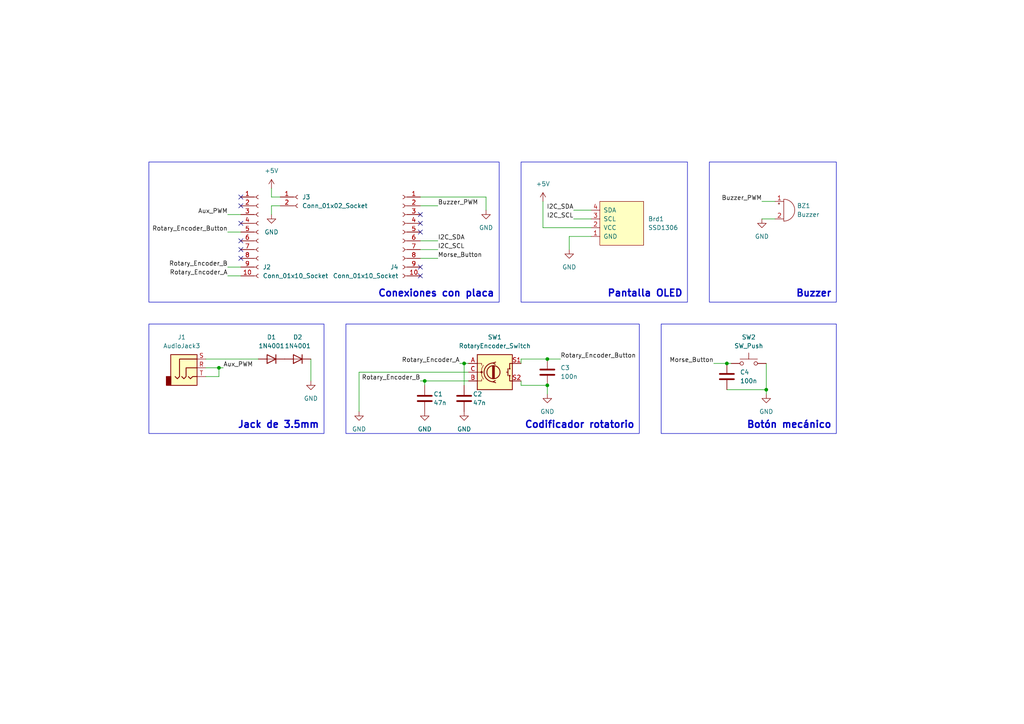
<source format=kicad_sch>
(kicad_sch (version 20230121) (generator eeschema)
  (paper "A4")
  (title_block (title "Herramienta de Morse") (date "2024-01-24") (rev "1") (company "Alejandro Perea Bonilla") (comment 1 "Placa perforada"))
  (lib_symbols
    (symbol "Connector:Conn_01x02_Socket" (pin_names (offset 1.016) hide)
      (property "Reference" "J" (at 0 2.54 0))
      (property "Value" "Conn_01x02_Socket" (at 0 -5.08 0))
      (symbol "Conn_01x02_Socket_1_1"
        (arc (start 0 -2.032) (mid -0.5058 -2.54) (end 0 -3.048) (stroke (width 0.1524)))
        (polyline (pts (xy -1.27 -2.54) (xy -0.508 -2.54)) (stroke (width 0.1524)))
        (polyline (pts (xy -1.27 0) (xy -0.508 0)) (stroke (width 0.1524)))
        (arc (start 0 0.508) (mid -0.5058 0) (end 0 -0.508) (stroke (width 0.1524)))
        (pin passive line (at -5.08 0 0) (length 3.81) (name "Pin_1") (number "1"))
        (pin passive line (at -5.08 -2.54 0) (length 3.81) (name "Pin_2") (number "2"))
      )
    )
    (symbol "Connector:Conn_01x10_Socket" (pin_names (offset 1.016) hide)
      (property "Reference" "J" (at 0 12.7 0))
      (property "Value" "Conn_01x10_Socket" (at 0 -15.24 0))
      (symbol "Conn_01x10_Socket_1_1"
        (arc (start 0 -12.192) (mid -0.5058 -12.7) (end 0 -13.208) (stroke (width 0.1524)))
        (arc (start 0 -9.652) (mid -0.5058 -10.16) (end 0 -10.668) (stroke (width 0.1524)))
        (arc (start 0 -7.112) (mid -0.5058 -7.62) (end 0 -8.128) (stroke (width 0.1524)))
        (arc (start 0 -4.572) (mid -0.5058 -5.08) (end 0 -5.588) (stroke (width 0.1524)))
        (arc (start 0 -2.032) (mid -0.5058 -2.54) (end 0 -3.048) (stroke (width 0.1524)))
        (polyline (pts (xy -1.27 -12.7) (xy -0.508 -12.7)) (stroke (width 0.1524)))
        (polyline (pts (xy -1.27 -10.16) (xy -0.508 -10.16)) (stroke (width 0.1524)))
        (polyline (pts (xy -1.27 -7.62) (xy -0.508 -7.62)) (stroke (width 0.1524)))
        (polyline (pts (xy -1.27 -5.08) (xy -0.508 -5.08)) (stroke (width 0.1524)))
        (polyline (pts (xy -1.27 -2.54) (xy -0.508 -2.54)) (stroke (width 0.1524)))
        (polyline (pts (xy -1.27 0) (xy -0.508 0)) (stroke (width 0.1524)))
        (polyline (pts (xy -1.27 2.54) (xy -0.508 2.54)) (stroke (width 0.1524)))
        (polyline (pts (xy -1.27 5.08) (xy -0.508 5.08)) (stroke (width 0.1524)))
        (polyline (pts (xy -1.27 7.62) (xy -0.508 7.62)) (stroke (width 0.1524)))
        (polyline (pts (xy -1.27 10.16) (xy -0.508 10.16)) (stroke (width 0.1524)))
        (arc (start 0 0.508) (mid -0.5058 0) (end 0 -0.508) (stroke (width 0.1524)))
        (arc (start 0 3.048) (mid -0.5058 2.54) (end 0 2.032) (stroke (width 0.1524)))
        (arc (start 0 5.588) (mid -0.5058 5.08) (end 0 4.572) (stroke (width 0.1524)))
        (arc (start 0 8.128) (mid -0.5058 7.62) (end 0 7.112) (stroke (width 0.1524)))
        (arc (start 0 10.668) (mid -0.5058 10.16) (end 0 9.652) (stroke (width 0.1524)))
        (pin passive line (at -5.08 10.16 0) (length 3.81) (name "Pin_1") (number "1"))
        (pin passive line (at -5.08 -12.7 0) (length 3.81) (name "Pin_10") (number "10"))
        (pin passive line (at -5.08 7.62 0) (length 3.81) (name "Pin_2") (number "2"))
        (pin passive line (at -5.08 5.08 0) (length 3.81) (name "Pin_3") (number "3"))
        (pin passive line (at -5.08 2.54 0) (length 3.81) (name "Pin_4") (number "4"))
        (pin passive line (at -5.08 0 0) (length 3.81) (name "Pin_5") (number "5"))
        (pin passive line (at -5.08 -2.54 0) (length 3.81) (name "Pin_6") (number "6"))
        (pin passive line (at -5.08 -5.08 0) (length 3.81) (name "Pin_7") (number "7"))
        (pin passive line (at -5.08 -7.62 0) (length 3.81) (name "Pin_8") (number "8"))
        (pin passive line (at -5.08 -10.16 0) (length 3.81) (name "Pin_9") (number "9"))
      )
    )
    (symbol "Connector_Audio:AudioJack3"
      (property "Reference" "J" (at 0 8.89 0))
      (property "Value" "AudioJack3" (at 0 6.35 0))
      (symbol "AudioJack3_0_1"
        (rectangle (start -5.08 -5.08) (end -6.35 -2.54) (stroke (width 0.254)) (fill (type outline)))
        (polyline (pts (xy 0 -2.54) (xy 0.635 -3.175) (xy 1.27 -2.54) (xy 2.54 -2.54)) (stroke (width 0.254)))
        (polyline (pts (xy -1.905 -2.54) (xy -1.27 -3.175) (xy -0.635 -2.54) (xy -0.635 0) (xy 2.54 0)) (stroke (width 0.254)))
        (polyline (pts (xy 2.54 2.54) (xy -2.54 2.54) (xy -2.54 -2.54) (xy -3.175 -3.175) (xy -3.81 -2.54)) (stroke (width 0.254)))
        (rectangle (start 2.54 3.81) (end -5.08 -5.08) (stroke (width 0.254)) (fill (type background)))
      )
      (symbol "AudioJack3_1_1"
        (pin passive line (at 5.08 0 180) (length 2.54) (name "~") (number "R"))
        (pin passive line (at 5.08 2.54 180) (length 2.54) (name "~") (number "S"))
        (pin passive line (at 5.08 -2.54 180) (length 2.54) (name "~") (number "T"))
      )
    )
    (symbol "Custom:SSD1306" (pin_names (offset 1.016))
      (property "Reference" "Brd" (at 0 -3.81 0))
      (property "Value" "SSD1306" (at 0 -1.27 0))
      (symbol "SSD1306_0_1"
        (rectangle (start -6.35 6.35) (end 6.35 -6.35) (fill (type background)))
      )
      (symbol "SSD1306_1_1"
        (pin input line (at -3.81 8.89 270) (length 2.54) (name "GND") (number "1"))
        (pin input line (at -1.27 8.89 270) (length 2.54) (name "VCC") (number "2"))
        (pin input line (at 1.27 8.89 270) (length 2.54) (name "SCL") (number "3"))
        (pin input line (at 3.81 8.89 270) (length 2.54) (name "SDA") (number "4"))
      )
    )
    (symbol "Device:Buzzer" (pin_names (offset 0.0254) hide)
      (property "Reference" "BZ" (at 3.81 1.27 0))
      (property "Value" "Buzzer" (at 3.81 -1.27 0))
      (symbol "Buzzer_0_1"
        (arc (start 0 -3.175) (mid 3.1612 0) (end 0 3.175))
        (polyline (pts (xy -1.651 1.905) (xy -1.143 1.905)))
        (polyline (pts (xy -1.397 2.159) (xy -1.397 1.651)))
        (polyline (pts (xy 0 3.175) (xy 0 -3.175)))
      )
      (symbol "Buzzer_1_1"
        (pin passive line (at -2.54 2.54 0) (length 2.54) (name "-") (number "1"))
        (pin passive line (at -2.54 -2.54 0) (length 2.54) (name "+") (number "2"))
      )
    )
    (symbol "Device:C" (pin_numbers hide) (pin_names (offset 0.254))
      (property "Reference" "C" (at 0.635 2.54 0))
      (property "Value" "C" (at 0.635 -2.54 0))
      (symbol "C_0_1"
        (polyline (pts (xy -2.032 -0.762) (xy 2.032 -0.762)) (stroke (width 0.508)))
        (polyline (pts (xy -2.032 0.762) (xy 2.032 0.762)) (stroke (width 0.508)))
      )
      (symbol "C_1_1"
        (pin passive line (at 0 3.81 270) (length 2.794) (name "~") (number "1"))
        (pin passive line (at 0 -3.81 90) (length 2.794) (name "~") (number "2"))
      )
    )
    (symbol "Device:RotaryEncoder_Switch" (pin_names (offset 0.254) hide)
      (property "Reference" "SW" (at 0 6.604 0))
      (property "Value" "RotaryEncoder_Switch" (at 0 -6.604 0))
      (symbol "RotaryEncoder_Switch_0_1"
        (rectangle (start -5.08 5.08) (end 5.08 -5.08) (stroke (width 0.254)) (fill (type background)))
        (circle (center -3.81 0) (radius 0.254) (fill (type outline)))
        (circle (center -0.381 0) (radius 1.905) (stroke (width 0.254)))
        (arc (start -0.381 2.667) (mid -3.0988 -0.0635) (end -0.381 -2.794) (stroke (width 0.254)))
        (polyline (pts (xy -0.635 -1.778) (xy -0.635 1.778)) (stroke (width 0.254)))
        (polyline (pts (xy -0.381 -1.778) (xy -0.381 1.778)) (stroke (width 0.254)))
        (polyline (pts (xy -0.127 1.778) (xy -0.127 -1.778)) (stroke (width 0.254)))
        (polyline (pts (xy 3.81 0) (xy 3.429 0)) (stroke (width 0.254)))
        (polyline (pts (xy 3.81 1.016) (xy 3.81 -1.016)) (stroke (width 0.254)))
        (polyline (pts (xy -5.08 -2.54) (xy -3.81 -2.54) (xy -3.81 -2.032)))
        (polyline (pts (xy -5.08 2.54) (xy -3.81 2.54) (xy -3.81 2.032)))
        (polyline (pts (xy 0.254 -3.048) (xy -0.508 -2.794) (xy 0.127 -2.413)) (stroke (width 0.254)))
        (polyline (pts (xy 0.254 2.921) (xy -0.508 2.667) (xy 0.127 2.286)) (stroke (width 0.254)))
        (polyline (pts (xy 5.08 -2.54) (xy 4.318 -2.54) (xy 4.318 -1.016)) (stroke (width 0.254)))
        (polyline (pts (xy 5.08 2.54) (xy 4.318 2.54) (xy 4.318 1.016)) (stroke (width 0.254)))
        (polyline (pts (xy -5.08 0) (xy -3.81 0) (xy -3.81 -1.016) (xy -3.302 -2.032)))
        (polyline (pts (xy -4.318 0) (xy -3.81 0) (xy -3.81 1.016) (xy -3.302 2.032)))
        (circle (center 4.318 -1.016) (radius 0.127) (stroke (width 0.254)))
        (circle (center 4.318 1.016) (radius 0.127) (stroke (width 0.254)))
      )
      (symbol "RotaryEncoder_Switch_1_1"
        (pin passive line (at -7.62 2.54 0) (length 2.54) (name "A") (number "A"))
        (pin passive line (at -7.62 -2.54 0) (length 2.54) (name "B") (number "B"))
        (pin passive line (at -7.62 0 0) (length 2.54) (name "C") (number "C"))
        (pin passive line (at 7.62 2.54 180) (length 2.54) (name "S1") (number "S1"))
        (pin passive line (at 7.62 -2.54 180) (length 2.54) (name "S2") (number "S2"))
      )
    )
    (symbol "Diode:1N4001" (pin_numbers hide) (pin_names hide)
      (property "Reference" "D" (at 0 2.54 0))
      (property "Value" "1N4001" (at 0 -2.54 0))
      (symbol "1N4001_0_1"
        (polyline (pts (xy -1.27 1.27) (xy -1.27 -1.27)) (stroke (width 0.254)))
        (polyline (pts (xy 1.27 0) (xy -1.27 0)))
        (polyline (pts (xy 1.27 1.27) (xy 1.27 -1.27) (xy -1.27 0) (xy 1.27 1.27)) (stroke (width 0.254)))
      )
      (symbol "1N4001_1_1"
        (pin passive line (at -3.81 0 0) (length 2.54) (name "K") (number "1"))
        (pin passive line (at 3.81 0 180) (length 2.54) (name "A") (number "2"))
      )
    )
    (symbol "Switch:SW_Push" (pin_numbers hide) (pin_names (offset 1.016) hide)
      (property "Reference" "SW" (at 1.27 2.54 0))
      (property "Value" "SW_Push" (at 0 -1.524 0))
      (symbol "SW_Push_0_1"
        (circle (center -2.032 0) (radius 0.508))
        (polyline (pts (xy 0 1.27) (xy 0 3.048)))
        (polyline (pts (xy 2.54 1.27) (xy -2.54 1.27)))
        (circle (center 2.032 0) (radius 0.508))
        (pin passive line (at -5.08 0 0) (length 2.54) (name "1") (number "1"))
        (pin passive line (at 5.08 0 180) (length 2.54) (name "2") (number "2"))
      )
    )
    (symbol "power:+5V" (power) (pin_names (offset 0))
      (property "Value" "+5V" (at 0 3.556 0))
      (symbol "+5V_0_1"
        (polyline (pts (xy -0.762 1.27) (xy 0 2.54)))
        (polyline (pts (xy 0 0) (xy 0 2.54)))
        (polyline (pts (xy 0 2.54) (xy 0.762 1.27)))
      )
      (symbol "+5V_1_1"
        (pin power_in line (at 0 0 90) (length 0) hide (name "+5V") (number "1"))
      )
    )
    (symbol "power:GND" (power) (pin_names (offset 0))
      (property "Value" "GND" (at 0 -3.81 0))
      (symbol "GND_0_1"
        (polyline (pts (xy 0 0) (xy 0 -1.27) (xy 1.27 -1.27) (xy 0 -2.54) (xy -1.27 -1.27) (xy 0 -1.27)))
      )
      (symbol "GND_1_1"
        (pin power_in line (at 0 0 270) (length 0) hide (name "GND") (number "1"))
      )
    )
  )
  (junction (at 210.82 105.41))
  (junction (at 222.25 113.03))
  (junction (at 63.5 106.68))
  (junction (at 158.75 104.14))
  (junction (at 158.75 111.76))
  (junction (at 123.19 110.49))
  (junction (at 134.62 105.41))
  (no_connect (at 121.92 77.47))
  (no_connect (at 121.92 64.77))
  (no_connect (at 69.85 57.15))
  (no_connect (at 69.85 74.93))
  (no_connect (at 69.85 69.85))
  (no_connect (at 121.92 62.23))
  (no_connect (at 121.92 67.31))
  (no_connect (at 69.85 72.39))
  (no_connect (at 121.92 80.01))
  (no_connect (at 69.85 59.69))
  (no_connect (at 69.85 64.77))
  (wire (pts (xy 78.74 57.15) (xy 81.28 57.15)))
  (wire (pts (xy 165.1 68.58) (xy 171.45 68.58)))
  (wire (pts (xy 78.74 54.61) (xy 78.74 57.15)))
  (wire (pts (xy 59.69 109.22) (xy 63.5 109.22)))
  (wire (pts (xy 127 69.85) (xy 121.92 69.85)))
  (wire (pts (xy 127 72.39) (xy 121.92 72.39)))
  (wire (pts (xy 210.82 105.41) (xy 212.09 105.41)))
  (wire (pts (xy 207.01 105.41) (xy 210.82 105.41)))
  (wire (pts (xy 171.45 66.04) (xy 157.48 66.04)))
  (wire (pts (xy 104.14 107.95) (xy 135.89 107.95)))
  (wire (pts (xy 140.97 60.96) (xy 140.97 57.15)))
  (wire (pts (xy 121.92 110.49) (xy 123.19 110.49)))
  (wire (pts (xy 134.62 105.41) (xy 135.89 105.41)))
  (wire (pts (xy 66.04 62.23) (xy 69.85 62.23)))
  (wire (pts (xy 222.25 113.03) (xy 222.25 105.41)))
  (wire (pts (xy 63.5 106.68) (xy 59.69 106.68)))
  (wire (pts (xy 151.13 111.76) (xy 158.75 111.76)))
  (wire (pts (xy 123.19 110.49) (xy 123.19 111.76)))
  (wire (pts (xy 90.17 110.49) (xy 90.17 104.14)))
  (wire (pts (xy 222.25 113.03) (xy 222.25 114.3)))
  (wire (pts (xy 78.74 59.69) (xy 81.28 59.69)))
  (wire (pts (xy 140.97 57.15) (xy 121.92 57.15)))
  (wire (pts (xy 151.13 110.49) (xy 151.13 111.76)))
  (wire (pts (xy 151.13 104.14) (xy 158.75 104.14)))
  (wire (pts (xy 74.93 104.14) (xy 59.69 104.14)))
  (wire (pts (xy 121.92 59.69) (xy 127 59.69)))
  (wire (pts (xy 127 74.93) (xy 121.92 74.93)))
  (wire (pts (xy 104.14 119.38) (xy 104.14 107.95)))
  (wire (pts (xy 78.74 62.23) (xy 78.74 59.69)))
  (wire (pts (xy 210.82 113.03) (xy 222.25 113.03)))
  (wire (pts (xy 220.98 63.5) (xy 224.79 63.5)))
  (wire (pts (xy 64.77 106.68) (xy 63.5 106.68)))
  (wire (pts (xy 134.62 105.41) (xy 134.62 111.76)))
  (wire (pts (xy 123.19 110.49) (xy 135.89 110.49)))
  (wire (pts (xy 220.98 58.42) (xy 224.79 58.42)))
  (wire (pts (xy 166.37 63.5) (xy 171.45 63.5)))
  (wire (pts (xy 157.48 66.04) (xy 157.48 58.42)))
  (wire (pts (xy 166.37 60.96) (xy 171.45 60.96)))
  (wire (pts (xy 66.04 67.31) (xy 69.85 67.31)))
  (wire (pts (xy 151.13 105.41) (xy 151.13 104.14)))
  (wire (pts (xy 66.04 77.47) (xy 69.85 77.47)))
  (wire (pts (xy 158.75 111.76) (xy 158.75 114.3)))
  (wire (pts (xy 133.35 105.41) (xy 134.62 105.41)))
  (wire (pts (xy 158.75 104.14) (xy 162.56 104.14)))
  (wire (pts (xy 66.04 80.01) (xy 69.85 80.01)))
  (wire (pts (xy 165.1 72.39) (xy 165.1 68.58)))
  (wire (pts (xy 63.5 109.22) (xy 63.5 106.68)))
  (rectangle (start 100.33 93.98) (end 185.42 125.73))
  (rectangle (start 205.74 46.99) (end 242.57 87.63))
  (rectangle (start 191.77 93.98) (end 242.57 125.73))
  (rectangle (start 43.18 93.98) (end 93.98 125.73))
  (rectangle (start 43.18 46.99) (end 144.78 87.63))
  (rectangle (start 151.13 46.99) (end 199.39 87.63))
  (text "Jack de 3.5mm" (at 92.71 124.46 0) (effects (font (size 2 2) (thickness 0.4) bold) (justify right bottom)))
  (text "Buzzer" (at 241.3 86.36 0) (effects (font (size 2 2) (thickness 0.4) bold) (justify right bottom)))
  (text "Conexiones con placa" (at 143.51 86.36 0) (effects (font (size 2 2) (thickness 0.4) bold) (justify right bottom)))
  (text "Pantalla OLED" (at 198.12 86.36 0) (effects (font (size 2 2) (thickness 0.4) bold) (justify right bottom)))
  (text "Botón mecánico" (at 241.3 124.46 0) (effects (font (size 2 2) (thickness 0.4) bold) (justify right bottom)))
  (text "Codificador rotatorio" (at 184.15 124.46 0) (effects (font (size 2 2) (thickness 0.4) bold) (justify right bottom)))
  (label "Morse_Button" (at 127 74.93 0))
  (label "Rotary_Encoder_B" (at 66.04 77.47 180))
  (label "I2C_SDA" (at 166.37 60.96 180))
  (label "Rotary_Encoder_A" (at 66.04 80.01 180))
  (label "I2C_SCL" (at 166.37 63.5 180))
  (label "I2C_SCL" (at 127 72.39 0))
  (label "Rotary_Encoder_A" (at 133.35 105.41 180))
  (label "Buzzer_PWM" (at 127 59.69 0))
  (label "Morse_Button" (at 207.01 105.41 180))
  (label "Aux_PWM" (at 66.04 62.23 180))
  (label "Rotary_Encoder_Button" (at 162.56 104.14 0))
  (label "Rotary_Encoder_Button" (at 66.04 67.31 180))
  (label "Buzzer_PWM" (at 220.98 58.42 180))
  (label "Rotary_Encoder_B" (at 121.92 110.49 180))
  (label "I2C_SDA" (at 127 69.85 0))
  (label "Aux_PWM" (at 64.77 106.68 0))
  (symbol (lib_id "Device:C") (at 210.82 109.22 0) (unit 1)
    (property "Reference" "C4" (at 214.63 107.95 0) (effects (justify left)))
    (property "Value" "100n" (at 214.63 110.49 0) (effects (justify left)))
  )
  (symbol (lib_id "power:GND") (at 158.75 114.3 0) (unit 1)
    (property "Reference" "#PWR09" (effects hide))
    (property "Value" "GND" (at 158.75 119.38 0))
  )
  (symbol (lib_id "Diode:1N4001") (at 86.36 104.14 180) (unit 1)
    (property "Reference" "D2" (at 86.36 97.79 0))
    (property "Value" "1N4001" (at 86.36 100.33 0))
    (property "Footprint" "Diode_THT:D_DO-41_SOD81_P10.16mm_Horizontal" (effects hide))
    (property "Datasheet" "http://www.vishay.com/docs/88503/1n4001.pdf" (effects hide))
    (property "Sim.Device" "D" (effects hide))
    (property "Sim.Pins" "1=K 2=A" (effects hide))
  )
  (symbol (lib_id "Device:C") (at 123.19 115.57 0) (unit 1)
    (property "Reference" "C1" (at 125.73 114.3 0) (effects (justify left)))
    (property "Value" "47n" (at 125.73 116.84 0) (effects (justify left)))
  )
  (symbol (lib_id "power:GND") (at 123.19 119.38 0) (unit 1)
    (property "Reference" "#PWR05" (effects hide))
    (property "Value" "GND" (at 123.19 124.46 0))
  )
  (symbol (lib_id "power:+5V") (at 157.48 58.42 0) (unit 1)
    (property "Reference" "#PWR08" (effects hide))
    (property "Value" "+5V" (at 157.48 53.34 0))
  )
  (symbol (lib_id "power:GND") (at 78.74 62.23 0) (unit 1)
    (property "Reference" "#PWR02" (effects hide))
    (property "Value" "GND" (at 78.74 67.31 0))
  )
  (symbol (lib_id "Device:RotaryEncoder_Switch") (at 143.51 107.95 0) (unit 1)
    (property "Reference" "SW1" (at 143.51 97.79 0))
    (property "Value" "RotaryEncoder_Switch" (at 143.51 100.33 0))
  )
  (symbol (lib_id "Diode:1N4001") (at 78.74 104.14 180) (unit 1)
    (property "Reference" "D1" (at 78.74 97.79 0))
    (property "Value" "1N4001" (at 78.74 100.33 0))
    (property "Footprint" "Diode_THT:D_DO-41_SOD81_P10.16mm_Horizontal" (effects hide))
    (property "Datasheet" "http://www.vishay.com/docs/88503/1n4001.pdf" (effects hide))
    (property "Sim.Device" "D" (effects hide))
    (property "Sim.Pins" "1=K 2=A" (effects hide))
  )
  (symbol (lib_id "Connector:Conn_01x02_Socket") (at 86.36 57.15 0) (unit 1)
    (property "Reference" "J3" (at 87.63 57.15 0) (effects (justify left)))
    (property "Value" "Conn_01x02_Socket" (at 87.63 59.69 0) (effects (justify left)))
  )
  (symbol (lib_id "Custom:SSD1306") (at 180.34 64.77 90) (unit 1)
    (property "Reference" "Brd1" (at 187.96 63.5 90) (effects (justify right)))
    (property "Value" "SSD1306" (at 187.96 66.04 90) (effects (justify right)))
  )
  (symbol (lib_id "power:GND") (at 104.14 119.38 0) (unit 1)
    (property "Reference" "#PWR04" (effects hide))
    (property "Value" "GND" (at 104.14 124.46 0))
  )
  (symbol (lib_id "power:+5V") (at 78.74 54.61 0) (unit 1)
    (property "Reference" "#PWR01" (effects hide))
    (property "Value" "+5V" (at 78.74 49.53 0))
  )
  (symbol (lib_id "power:GND") (at 134.62 119.38 0) (unit 1)
    (property "Reference" "#PWR06" (effects hide))
    (property "Value" "GND" (at 134.62 124.46 0))
  )
  (symbol (lib_id "power:GND") (at 220.98 63.5 0) (unit 1)
    (property "Reference" "#PWR011" (effects hide))
    (property "Value" "GND" (at 220.98 68.58 0))
  )
  (symbol (lib_id "power:GND") (at 165.1 72.39 0) (unit 1)
    (property "Reference" "#PWR010" (effects hide))
    (property "Value" "GND" (at 165.1 77.47 0))
  )
  (symbol (lib_id "power:GND") (at 222.25 114.3 0) (unit 1)
    (property "Reference" "#PWR012" (effects hide))
    (property "Value" "GND" (at 222.25 119.38 0))
  )
  (symbol (lib_id "Connector:Conn_01x10_Socket") (at 116.84 67.31 0) (mirror y) (unit 1)
    (property "Reference" "J4" (at 115.57 77.47 0) (effects (justify left)))
    (property "Value" "Conn_01x10_Socket" (at 115.57 80.01 0) (effects (justify left)))
  )
  (symbol (lib_id "Device:Buzzer") (at 227.33 60.96 0) (unit 1)
    (property "Reference" "BZ1" (at 231.14 59.69 0) (effects (justify left)))
    (property "Value" "Buzzer" (at 231.14 62.23 0) (effects (justify left)))
  )
  (symbol (lib_id "power:GND") (at 90.17 110.49 0) (unit 1)
    (property "Reference" "#PWR03" (effects hide))
    (property "Value" "GND" (at 90.17 115.57 0))
  )
  (symbol (lib_id "Device:C") (at 158.75 107.95 0) (unit 1)
    (property "Reference" "C3" (at 162.56 106.68 0) (effects (justify left)))
    (property "Value" "100n" (at 162.56 109.22 0) (effects (justify left)))
  )
  (symbol (lib_id "Device:C") (at 134.62 115.57 0) (unit 1)
    (property "Reference" "C2" (at 137.16 114.3 0) (effects (justify left)))
    (property "Value" "47n" (at 137.16 116.84 0) (effects (justify left)))
  )
  (symbol (lib_id "Switch:SW_Push") (at 217.17 105.41 0) (unit 1)
    (property "Reference" "SW2" (at 217.17 97.79 0))
    (property "Value" "SW_Push" (at 217.17 100.33 0))
  )
  (symbol (lib_id "power:GND") (at 140.97 60.96 0) (unit 1)
    (property "Reference" "#PWR07" (effects hide))
    (property "Value" "GND" (at 140.97 66.04 0))
  )
  (symbol (lib_id "Connector_Audio:AudioJack3") (at 54.61 106.68 0) (unit 1)
    (property "Reference" "J1" (at 52.705 97.79 0))
    (property "Value" "AudioJack3" (at 52.705 100.33 0))
  )
  (symbol (lib_id "Connector:Conn_01x10_Socket") (at 74.93 67.31 0) (unit 1)
    (property "Reference" "J2" (at 76.2 77.47 0) (effects (justify left)))
    (property "Value" "Conn_01x10_Socket" (at 76.2 80.01 0) (effects (justify left)))
  )
)
</source>
